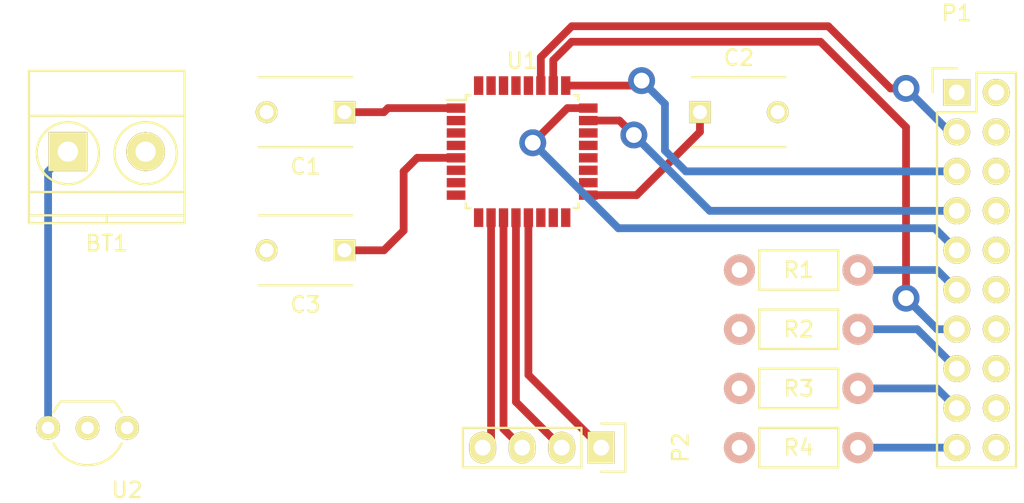
<source format=kicad_pcb>
(kicad_pcb (version 4) (host pcbnew 4.0.2-stable)

  (general
    (links 41)
    (no_connects 24)
    (area 177.097381 105.535 243.285001 138.325)
    (thickness 1.6)
    (drawings 0)
    (tracks 62)
    (zones 0)
    (modules 12)
    (nets 35)
  )

  (page A4)
  (layers
    (0 F.Cu signal)
    (31 B.Cu signal)
    (32 B.Adhes user)
    (33 F.Adhes user)
    (34 B.Paste user)
    (35 F.Paste user)
    (36 B.SilkS user)
    (37 F.SilkS user)
    (38 B.Mask user)
    (39 F.Mask user)
    (40 Dwgs.User user)
    (41 Cmts.User user)
    (42 Eco1.User user)
    (43 Eco2.User user)
    (44 Edge.Cuts user)
    (45 Margin user)
    (46 B.CrtYd user)
    (47 F.CrtYd user)
    (48 B.Fab user)
    (49 F.Fab user)
  )

  (setup
    (last_trace_width 0.5)
    (trace_clearance 0.2)
    (zone_clearance 0.508)
    (zone_45_only no)
    (trace_min 0.2)
    (segment_width 0.2)
    (edge_width 0.1)
    (via_size 1.7272)
    (via_drill 1.016)
    (via_min_size 0.4)
    (via_min_drill 0.3)
    (uvia_size 0.3)
    (uvia_drill 0.1)
    (uvias_allowed no)
    (uvia_min_size 0.2)
    (uvia_min_drill 0.1)
    (pcb_text_width 0.3)
    (pcb_text_size 1.5 1.5)
    (mod_edge_width 0.15)
    (mod_text_size 1 1)
    (mod_text_width 0.15)
    (pad_size 1.5 1.5)
    (pad_drill 0.6)
    (pad_to_mask_clearance 0)
    (aux_axis_origin 0 0)
    (visible_elements FFFFFF7F)
    (pcbplotparams
      (layerselection 0x00030_80000001)
      (usegerberextensions false)
      (excludeedgelayer true)
      (linewidth 0.100000)
      (plotframeref false)
      (viasonmask false)
      (mode 1)
      (useauxorigin false)
      (hpglpennumber 1)
      (hpglpenspeed 20)
      (hpglpendiameter 15)
      (hpglpenoverlay 2)
      (psnegative false)
      (psa4output false)
      (plotreference true)
      (plotvalue true)
      (plotinvisibletext false)
      (padsonsilk false)
      (subtractmaskfromsilk false)
      (outputformat 1)
      (mirror false)
      (drillshape 1)
      (scaleselection 1)
      (outputdirectory ""))
  )

  (net 0 "")
  (net 1 "Net-(BT1-Pad1)")
  (net 2 GND)
  (net 3 +3V3)
  (net 4 /JNTRST)
  (net 5 /JTDI)
  (net 6 /JTMS)
  (net 7 /JTCK)
  (net 8 "Net-(P1-Pad11)")
  (net 9 /JTDO)
  (net 10 "Net-(P1-Pad15)")
  (net 11 "Net-(P1-Pad17)")
  (net 12 "Net-(P1-Pad19)")
  (net 13 /MOSI)
  (net 14 /MISO)
  (net 15 /SCK)
  (net 16 /NSS)
  (net 17 "Net-(U1-Pad2)")
  (net 18 "Net-(U1-Pad3)")
  (net 19 "Net-(U1-Pad4)")
  (net 20 "Net-(U1-Pad6)")
  (net 21 "Net-(U1-Pad7)")
  (net 22 "Net-(U1-Pad8)")
  (net 23 "Net-(U1-Pad9)")
  (net 24 "Net-(U1-Pad14)")
  (net 25 "Net-(U1-Pad15)")
  (net 26 "Net-(U1-Pad18)")
  (net 27 "Net-(U1-Pad19)")
  (net 28 "Net-(U1-Pad20)")
  (net 29 "Net-(U1-Pad21)")
  (net 30 "Net-(U1-Pad22)")
  (net 31 "Net-(U1-Pad28)")
  (net 32 "Net-(U1-Pad29)")
  (net 33 "Net-(U1-Pad30)")
  (net 34 "Net-(U1-Pad31)")

  (net_class Default "This is the default net class."
    (clearance 0.2)
    (trace_width 0.5)
    (via_dia 1.7272)
    (via_drill 1.016)
    (uvia_dia 0.3)
    (uvia_drill 0.1)
    (add_net +3V3)
    (add_net /JNTRST)
    (add_net /JTCK)
    (add_net /JTDI)
    (add_net /JTDO)
    (add_net /JTMS)
    (add_net /MISO)
    (add_net /MOSI)
    (add_net /NSS)
    (add_net /SCK)
    (add_net GND)
    (add_net "Net-(BT1-Pad1)")
    (add_net "Net-(P1-Pad11)")
    (add_net "Net-(P1-Pad15)")
    (add_net "Net-(P1-Pad17)")
    (add_net "Net-(P1-Pad19)")
    (add_net "Net-(U1-Pad14)")
    (add_net "Net-(U1-Pad15)")
    (add_net "Net-(U1-Pad18)")
    (add_net "Net-(U1-Pad19)")
    (add_net "Net-(U1-Pad2)")
    (add_net "Net-(U1-Pad20)")
    (add_net "Net-(U1-Pad21)")
    (add_net "Net-(U1-Pad22)")
    (add_net "Net-(U1-Pad28)")
    (add_net "Net-(U1-Pad29)")
    (add_net "Net-(U1-Pad3)")
    (add_net "Net-(U1-Pad30)")
    (add_net "Net-(U1-Pad31)")
    (add_net "Net-(U1-Pad4)")
    (add_net "Net-(U1-Pad6)")
    (add_net "Net-(U1-Pad7)")
    (add_net "Net-(U1-Pad8)")
    (add_net "Net-(U1-Pad9)")
  )

  (module Terminal_Blocks:TerminalBlock_Pheonix_MKDS1.5-2pol (layer F.Cu) (tedit 563007E4) (tstamp 5775958B)
    (at 181.61 115.57)
    (descr "2-way 5mm pitch terminal block, Phoenix MKDS series")
    (path /5774D757)
    (fp_text reference BT1 (at 2.5 5.9) (layer F.SilkS)
      (effects (font (size 1 1) (thickness 0.15)))
    )
    (fp_text value Battery (at 2.5 -6.6) (layer F.Fab)
      (effects (font (size 1 1) (thickness 0.15)))
    )
    (fp_line (start -2.7 -5.4) (end 7.7 -5.4) (layer F.CrtYd) (width 0.05))
    (fp_line (start -2.7 4.8) (end -2.7 -5.4) (layer F.CrtYd) (width 0.05))
    (fp_line (start 7.7 4.8) (end -2.7 4.8) (layer F.CrtYd) (width 0.05))
    (fp_line (start 7.7 -5.4) (end 7.7 4.8) (layer F.CrtYd) (width 0.05))
    (fp_line (start 2.5 4.1) (end 2.5 4.6) (layer F.SilkS) (width 0.15))
    (fp_circle (center 5 0.1) (end 3 0.1) (layer F.SilkS) (width 0.15))
    (fp_circle (center 0 0.1) (end 2 0.1) (layer F.SilkS) (width 0.15))
    (fp_line (start -2.5 2.6) (end 7.5 2.6) (layer F.SilkS) (width 0.15))
    (fp_line (start -2.5 -2.3) (end 7.5 -2.3) (layer F.SilkS) (width 0.15))
    (fp_line (start -2.5 4.1) (end 7.5 4.1) (layer F.SilkS) (width 0.15))
    (fp_line (start -2.5 4.6) (end 7.5 4.6) (layer F.SilkS) (width 0.15))
    (fp_line (start 7.5 4.6) (end 7.5 -5.2) (layer F.SilkS) (width 0.15))
    (fp_line (start 7.5 -5.2) (end -2.5 -5.2) (layer F.SilkS) (width 0.15))
    (fp_line (start -2.5 -5.2) (end -2.5 4.6) (layer F.SilkS) (width 0.15))
    (pad 1 thru_hole rect (at 0 0) (size 2.5 2.5) (drill 1.3) (layers *.Cu *.Mask F.SilkS)
      (net 1 "Net-(BT1-Pad1)"))
    (pad 2 thru_hole circle (at 5 0) (size 2.5 2.5) (drill 1.3) (layers *.Cu *.Mask F.SilkS)
      (net 2 GND))
    (model Terminal_Blocks.3dshapes/TerminalBlock_Pheonix_MKDS1.5-2pol.wrl
      (at (xyz 0.0984 0 0))
      (scale (xyz 1 1 1))
      (rotate (xyz 0 0 0))
    )
  )

  (module Capacitors_ThroughHole:C_Disc_D6_P5 (layer F.Cu) (tedit 0) (tstamp 57759591)
    (at 199.39 113.03 180)
    (descr "Capacitor 6mm Disc, Pitch 5mm")
    (tags Capacitor)
    (path /5774B4C9)
    (fp_text reference C1 (at 2.5 -3.5 180) (layer F.SilkS)
      (effects (font (size 1 1) (thickness 0.15)))
    )
    (fp_text value 100n (at 2.5 3.5 180) (layer F.Fab)
      (effects (font (size 1 1) (thickness 0.15)))
    )
    (fp_line (start -0.95 -2.5) (end 5.95 -2.5) (layer F.CrtYd) (width 0.05))
    (fp_line (start 5.95 -2.5) (end 5.95 2.5) (layer F.CrtYd) (width 0.05))
    (fp_line (start 5.95 2.5) (end -0.95 2.5) (layer F.CrtYd) (width 0.05))
    (fp_line (start -0.95 2.5) (end -0.95 -2.5) (layer F.CrtYd) (width 0.05))
    (fp_line (start -0.5 -2.25) (end 5.5 -2.25) (layer F.SilkS) (width 0.15))
    (fp_line (start 5.5 2.25) (end -0.5 2.25) (layer F.SilkS) (width 0.15))
    (pad 1 thru_hole rect (at 0 0 180) (size 1.4 1.4) (drill 0.9) (layers *.Cu *.Mask F.SilkS)
      (net 3 +3V3))
    (pad 2 thru_hole circle (at 5 0 180) (size 1.4 1.4) (drill 0.9) (layers *.Cu *.Mask F.SilkS)
      (net 2 GND))
    (model Capacitors_ThroughHole.3dshapes/C_Disc_D6_P5.wrl
      (at (xyz 0.0984252 0 0))
      (scale (xyz 1 1 1))
      (rotate (xyz 0 0 0))
    )
  )

  (module Capacitors_ThroughHole:C_Disc_D6_P5 (layer F.Cu) (tedit 0) (tstamp 57759597)
    (at 222.25 113.03)
    (descr "Capacitor 6mm Disc, Pitch 5mm")
    (tags Capacitor)
    (path /5774B52A)
    (fp_text reference C2 (at 2.5 -3.5) (layer F.SilkS)
      (effects (font (size 1 1) (thickness 0.15)))
    )
    (fp_text value 100n (at 2.5 3.5) (layer F.Fab)
      (effects (font (size 1 1) (thickness 0.15)))
    )
    (fp_line (start -0.95 -2.5) (end 5.95 -2.5) (layer F.CrtYd) (width 0.05))
    (fp_line (start 5.95 -2.5) (end 5.95 2.5) (layer F.CrtYd) (width 0.05))
    (fp_line (start 5.95 2.5) (end -0.95 2.5) (layer F.CrtYd) (width 0.05))
    (fp_line (start -0.95 2.5) (end -0.95 -2.5) (layer F.CrtYd) (width 0.05))
    (fp_line (start -0.5 -2.25) (end 5.5 -2.25) (layer F.SilkS) (width 0.15))
    (fp_line (start 5.5 2.25) (end -0.5 2.25) (layer F.SilkS) (width 0.15))
    (pad 1 thru_hole rect (at 0 0) (size 1.4 1.4) (drill 0.9) (layers *.Cu *.Mask F.SilkS)
      (net 3 +3V3))
    (pad 2 thru_hole circle (at 5 0) (size 1.4 1.4) (drill 0.9) (layers *.Cu *.Mask F.SilkS)
      (net 2 GND))
    (model Capacitors_ThroughHole.3dshapes/C_Disc_D6_P5.wrl
      (at (xyz 0.0984252 0 0))
      (scale (xyz 1 1 1))
      (rotate (xyz 0 0 0))
    )
  )

  (module Capacitors_ThroughHole:C_Disc_D6_P5 (layer F.Cu) (tedit 0) (tstamp 5775959D)
    (at 199.39 121.92 180)
    (descr "Capacitor 6mm Disc, Pitch 5mm")
    (tags Capacitor)
    (path /5774CDF3)
    (fp_text reference C3 (at 2.5 -3.5 180) (layer F.SilkS)
      (effects (font (size 1 1) (thickness 0.15)))
    )
    (fp_text value 100n (at 2.5 3.5 180) (layer F.Fab)
      (effects (font (size 1 1) (thickness 0.15)))
    )
    (fp_line (start -0.95 -2.5) (end 5.95 -2.5) (layer F.CrtYd) (width 0.05))
    (fp_line (start 5.95 -2.5) (end 5.95 2.5) (layer F.CrtYd) (width 0.05))
    (fp_line (start 5.95 2.5) (end -0.95 2.5) (layer F.CrtYd) (width 0.05))
    (fp_line (start -0.95 2.5) (end -0.95 -2.5) (layer F.CrtYd) (width 0.05))
    (fp_line (start -0.5 -2.25) (end 5.5 -2.25) (layer F.SilkS) (width 0.15))
    (fp_line (start 5.5 2.25) (end -0.5 2.25) (layer F.SilkS) (width 0.15))
    (pad 1 thru_hole rect (at 0 0 180) (size 1.4 1.4) (drill 0.9) (layers *.Cu *.Mask F.SilkS)
      (net 3 +3V3))
    (pad 2 thru_hole circle (at 5 0 180) (size 1.4 1.4) (drill 0.9) (layers *.Cu *.Mask F.SilkS)
      (net 2 GND))
    (model Capacitors_ThroughHole.3dshapes/C_Disc_D6_P5.wrl
      (at (xyz 0.0984252 0 0))
      (scale (xyz 1 1 1))
      (rotate (xyz 0 0 0))
    )
  )

  (module Pin_Headers:Pin_Header_Straight_2x10 (layer F.Cu) (tedit 0) (tstamp 577595B5)
    (at 238.76 111.76)
    (descr "Through hole pin header")
    (tags "pin header")
    (path /577480EC)
    (fp_text reference P1 (at 0 -5.1) (layer F.SilkS)
      (effects (font (size 1 1) (thickness 0.15)))
    )
    (fp_text value JTAG (at 0 -3.1) (layer F.Fab)
      (effects (font (size 1 1) (thickness 0.15)))
    )
    (fp_line (start -1.75 -1.75) (end -1.75 24.65) (layer F.CrtYd) (width 0.05))
    (fp_line (start 4.3 -1.75) (end 4.3 24.65) (layer F.CrtYd) (width 0.05))
    (fp_line (start -1.75 -1.75) (end 4.3 -1.75) (layer F.CrtYd) (width 0.05))
    (fp_line (start -1.75 24.65) (end 4.3 24.65) (layer F.CrtYd) (width 0.05))
    (fp_line (start 3.81 24.13) (end 3.81 -1.27) (layer F.SilkS) (width 0.15))
    (fp_line (start -1.27 1.27) (end -1.27 24.13) (layer F.SilkS) (width 0.15))
    (fp_line (start 3.81 24.13) (end -1.27 24.13) (layer F.SilkS) (width 0.15))
    (fp_line (start 3.81 -1.27) (end 1.27 -1.27) (layer F.SilkS) (width 0.15))
    (fp_line (start 0 -1.55) (end -1.55 -1.55) (layer F.SilkS) (width 0.15))
    (fp_line (start 1.27 -1.27) (end 1.27 1.27) (layer F.SilkS) (width 0.15))
    (fp_line (start 1.27 1.27) (end -1.27 1.27) (layer F.SilkS) (width 0.15))
    (fp_line (start -1.55 -1.55) (end -1.55 0) (layer F.SilkS) (width 0.15))
    (pad 1 thru_hole rect (at 0 0) (size 1.7272 1.7272) (drill 1.016) (layers *.Cu *.Mask F.SilkS)
      (net 3 +3V3))
    (pad 2 thru_hole oval (at 2.54 0) (size 1.7272 1.7272) (drill 1.016) (layers *.Cu *.Mask F.SilkS)
      (net 3 +3V3))
    (pad 3 thru_hole oval (at 0 2.54) (size 1.7272 1.7272) (drill 1.016) (layers *.Cu *.Mask F.SilkS)
      (net 4 /JNTRST))
    (pad 4 thru_hole oval (at 2.54 2.54) (size 1.7272 1.7272) (drill 1.016) (layers *.Cu *.Mask F.SilkS)
      (net 2 GND))
    (pad 5 thru_hole oval (at 0 5.08) (size 1.7272 1.7272) (drill 1.016) (layers *.Cu *.Mask F.SilkS)
      (net 5 /JTDI))
    (pad 6 thru_hole oval (at 2.54 5.08) (size 1.7272 1.7272) (drill 1.016) (layers *.Cu *.Mask F.SilkS)
      (net 2 GND))
    (pad 7 thru_hole oval (at 0 7.62) (size 1.7272 1.7272) (drill 1.016) (layers *.Cu *.Mask F.SilkS)
      (net 6 /JTMS))
    (pad 8 thru_hole oval (at 2.54 7.62) (size 1.7272 1.7272) (drill 1.016) (layers *.Cu *.Mask F.SilkS)
      (net 2 GND))
    (pad 9 thru_hole oval (at 0 10.16) (size 1.7272 1.7272) (drill 1.016) (layers *.Cu *.Mask F.SilkS)
      (net 7 /JTCK))
    (pad 10 thru_hole oval (at 2.54 10.16) (size 1.7272 1.7272) (drill 1.016) (layers *.Cu *.Mask F.SilkS)
      (net 2 GND))
    (pad 11 thru_hole oval (at 0 12.7) (size 1.7272 1.7272) (drill 1.016) (layers *.Cu *.Mask F.SilkS)
      (net 8 "Net-(P1-Pad11)"))
    (pad 12 thru_hole oval (at 2.54 12.7) (size 1.7272 1.7272) (drill 1.016) (layers *.Cu *.Mask F.SilkS)
      (net 2 GND))
    (pad 13 thru_hole oval (at 0 15.24) (size 1.7272 1.7272) (drill 1.016) (layers *.Cu *.Mask F.SilkS)
      (net 9 /JTDO))
    (pad 14 thru_hole oval (at 2.54 15.24) (size 1.7272 1.7272) (drill 1.016) (layers *.Cu *.Mask F.SilkS)
      (net 2 GND))
    (pad 15 thru_hole oval (at 0 17.78) (size 1.7272 1.7272) (drill 1.016) (layers *.Cu *.Mask F.SilkS)
      (net 10 "Net-(P1-Pad15)"))
    (pad 16 thru_hole oval (at 2.54 17.78) (size 1.7272 1.7272) (drill 1.016) (layers *.Cu *.Mask F.SilkS)
      (net 2 GND))
    (pad 17 thru_hole oval (at 0 20.32) (size 1.7272 1.7272) (drill 1.016) (layers *.Cu *.Mask F.SilkS)
      (net 11 "Net-(P1-Pad17)"))
    (pad 18 thru_hole oval (at 2.54 20.32) (size 1.7272 1.7272) (drill 1.016) (layers *.Cu *.Mask F.SilkS)
      (net 2 GND))
    (pad 19 thru_hole oval (at 0 22.86) (size 1.7272 1.7272) (drill 1.016) (layers *.Cu *.Mask F.SilkS)
      (net 12 "Net-(P1-Pad19)"))
    (pad 20 thru_hole oval (at 2.54 22.86) (size 1.7272 1.7272) (drill 1.016) (layers *.Cu *.Mask F.SilkS)
      (net 2 GND))
    (model Pin_Headers.3dshapes/Pin_Header_Straight_2x10.wrl
      (at (xyz 0.05 -0.45 0))
      (scale (xyz 1 1 1))
      (rotate (xyz 0 0 90))
    )
  )

  (module Pin_Headers:Pin_Header_Straight_1x04 (layer F.Cu) (tedit 0) (tstamp 577595BD)
    (at 215.9 134.62 270)
    (descr "Through hole pin header")
    (tags "pin header")
    (path /5774C8AC)
    (fp_text reference P2 (at 0 -5.1 270) (layer F.SilkS)
      (effects (font (size 1 1) (thickness 0.15)))
    )
    (fp_text value SPI1 (at 0 -3.1 270) (layer F.Fab)
      (effects (font (size 1 1) (thickness 0.15)))
    )
    (fp_line (start -1.75 -1.75) (end -1.75 9.4) (layer F.CrtYd) (width 0.05))
    (fp_line (start 1.75 -1.75) (end 1.75 9.4) (layer F.CrtYd) (width 0.05))
    (fp_line (start -1.75 -1.75) (end 1.75 -1.75) (layer F.CrtYd) (width 0.05))
    (fp_line (start -1.75 9.4) (end 1.75 9.4) (layer F.CrtYd) (width 0.05))
    (fp_line (start -1.27 1.27) (end -1.27 8.89) (layer F.SilkS) (width 0.15))
    (fp_line (start 1.27 1.27) (end 1.27 8.89) (layer F.SilkS) (width 0.15))
    (fp_line (start 1.55 -1.55) (end 1.55 0) (layer F.SilkS) (width 0.15))
    (fp_line (start -1.27 8.89) (end 1.27 8.89) (layer F.SilkS) (width 0.15))
    (fp_line (start 1.27 1.27) (end -1.27 1.27) (layer F.SilkS) (width 0.15))
    (fp_line (start -1.55 0) (end -1.55 -1.55) (layer F.SilkS) (width 0.15))
    (fp_line (start -1.55 -1.55) (end 1.55 -1.55) (layer F.SilkS) (width 0.15))
    (pad 1 thru_hole rect (at 0 0 270) (size 2.032 1.7272) (drill 1.016) (layers *.Cu *.Mask F.SilkS)
      (net 13 /MOSI))
    (pad 2 thru_hole oval (at 0 2.54 270) (size 2.032 1.7272) (drill 1.016) (layers *.Cu *.Mask F.SilkS)
      (net 14 /MISO))
    (pad 3 thru_hole oval (at 0 5.08 270) (size 2.032 1.7272) (drill 1.016) (layers *.Cu *.Mask F.SilkS)
      (net 15 /SCK))
    (pad 4 thru_hole oval (at 0 7.62 270) (size 2.032 1.7272) (drill 1.016) (layers *.Cu *.Mask F.SilkS)
      (net 16 /NSS))
    (model Pin_Headers.3dshapes/Pin_Header_Straight_1x04.wrl
      (at (xyz 0 -0.15 0))
      (scale (xyz 1 1 1))
      (rotate (xyz 0 0 90))
    )
  )

  (module Resistors_ThroughHole:Resistor_Horizontal_RM7mm (layer F.Cu) (tedit 5775999E) (tstamp 577595C3)
    (at 232.41 123.19 180)
    (descr "Resistor, Axial,  RM 7.62mm, 1/3W,")
    (tags "Resistor Axial RM 7.62mm 1/3W R3")
    (path /577484D7)
    (fp_text reference R1 (at 3.81 0 180) (layer F.SilkS)
      (effects (font (size 1 1) (thickness 0.15)))
    )
    (fp_text value 10k (at -2.54 0 180) (layer F.Fab)
      (effects (font (size 1 1) (thickness 0.15)))
    )
    (fp_line (start -1.25 -1.5) (end 8.85 -1.5) (layer F.CrtYd) (width 0.05))
    (fp_line (start -1.25 1.5) (end -1.25 -1.5) (layer F.CrtYd) (width 0.05))
    (fp_line (start 8.85 -1.5) (end 8.85 1.5) (layer F.CrtYd) (width 0.05))
    (fp_line (start -1.25 1.5) (end 8.85 1.5) (layer F.CrtYd) (width 0.05))
    (fp_line (start 1.27 -1.27) (end 6.35 -1.27) (layer F.SilkS) (width 0.15))
    (fp_line (start 6.35 -1.27) (end 6.35 1.27) (layer F.SilkS) (width 0.15))
    (fp_line (start 6.35 1.27) (end 1.27 1.27) (layer F.SilkS) (width 0.15))
    (fp_line (start 1.27 1.27) (end 1.27 -1.27) (layer F.SilkS) (width 0.15))
    (pad 1 thru_hole circle (at 0 0 180) (size 1.99898 1.99898) (drill 1.00076) (layers *.Cu *.SilkS *.Mask)
      (net 8 "Net-(P1-Pad11)"))
    (pad 2 thru_hole circle (at 7.62 0 180) (size 1.99898 1.99898) (drill 1.00076) (layers *.Cu *.SilkS *.Mask)
      (net 2 GND))
  )

  (module Resistors_ThroughHole:Resistor_Horizontal_RM7mm (layer F.Cu) (tedit 5775999B) (tstamp 577595C9)
    (at 232.41 127 180)
    (descr "Resistor, Axial,  RM 7.62mm, 1/3W,")
    (tags "Resistor Axial RM 7.62mm 1/3W R3")
    (path /5774851A)
    (fp_text reference R2 (at 3.81 0 180) (layer F.SilkS)
      (effects (font (size 1 1) (thickness 0.15)))
    )
    (fp_text value 10k (at -2.54 0 180) (layer F.Fab)
      (effects (font (size 1 1) (thickness 0.15)))
    )
    (fp_line (start -1.25 -1.5) (end 8.85 -1.5) (layer F.CrtYd) (width 0.05))
    (fp_line (start -1.25 1.5) (end -1.25 -1.5) (layer F.CrtYd) (width 0.05))
    (fp_line (start 8.85 -1.5) (end 8.85 1.5) (layer F.CrtYd) (width 0.05))
    (fp_line (start -1.25 1.5) (end 8.85 1.5) (layer F.CrtYd) (width 0.05))
    (fp_line (start 1.27 -1.27) (end 6.35 -1.27) (layer F.SilkS) (width 0.15))
    (fp_line (start 6.35 -1.27) (end 6.35 1.27) (layer F.SilkS) (width 0.15))
    (fp_line (start 6.35 1.27) (end 1.27 1.27) (layer F.SilkS) (width 0.15))
    (fp_line (start 1.27 1.27) (end 1.27 -1.27) (layer F.SilkS) (width 0.15))
    (pad 1 thru_hole circle (at 0 0 180) (size 1.99898 1.99898) (drill 1.00076) (layers *.Cu *.SilkS *.Mask)
      (net 10 "Net-(P1-Pad15)"))
    (pad 2 thru_hole circle (at 7.62 0 180) (size 1.99898 1.99898) (drill 1.00076) (layers *.Cu *.SilkS *.Mask)
      (net 2 GND))
  )

  (module Resistors_ThroughHole:Resistor_Horizontal_RM7mm (layer F.Cu) (tedit 57759999) (tstamp 577595CF)
    (at 232.41 130.81 180)
    (descr "Resistor, Axial,  RM 7.62mm, 1/3W,")
    (tags "Resistor Axial RM 7.62mm 1/3W R3")
    (path /57748541)
    (fp_text reference R3 (at 3.81 0 180) (layer F.SilkS)
      (effects (font (size 1 1) (thickness 0.15)))
    )
    (fp_text value 10k (at -2.54 0 180) (layer F.Fab)
      (effects (font (size 1 1) (thickness 0.15)))
    )
    (fp_line (start -1.25 -1.5) (end 8.85 -1.5) (layer F.CrtYd) (width 0.05))
    (fp_line (start -1.25 1.5) (end -1.25 -1.5) (layer F.CrtYd) (width 0.05))
    (fp_line (start 8.85 -1.5) (end 8.85 1.5) (layer F.CrtYd) (width 0.05))
    (fp_line (start -1.25 1.5) (end 8.85 1.5) (layer F.CrtYd) (width 0.05))
    (fp_line (start 1.27 -1.27) (end 6.35 -1.27) (layer F.SilkS) (width 0.15))
    (fp_line (start 6.35 -1.27) (end 6.35 1.27) (layer F.SilkS) (width 0.15))
    (fp_line (start 6.35 1.27) (end 1.27 1.27) (layer F.SilkS) (width 0.15))
    (fp_line (start 1.27 1.27) (end 1.27 -1.27) (layer F.SilkS) (width 0.15))
    (pad 1 thru_hole circle (at 0 0 180) (size 1.99898 1.99898) (drill 1.00076) (layers *.Cu *.SilkS *.Mask)
      (net 11 "Net-(P1-Pad17)"))
    (pad 2 thru_hole circle (at 7.62 0 180) (size 1.99898 1.99898) (drill 1.00076) (layers *.Cu *.SilkS *.Mask)
      (net 2 GND))
  )

  (module Resistors_ThroughHole:Resistor_Horizontal_RM7mm (layer F.Cu) (tedit 57759994) (tstamp 577595D5)
    (at 232.41 134.62 180)
    (descr "Resistor, Axial,  RM 7.62mm, 1/3W,")
    (tags "Resistor Axial RM 7.62mm 1/3W R3")
    (path /57748562)
    (fp_text reference R4 (at 3.81 0 180) (layer F.SilkS)
      (effects (font (size 1 1) (thickness 0.15)))
    )
    (fp_text value 10k (at -2.54 0 180) (layer F.Fab)
      (effects (font (size 1 1) (thickness 0.15)))
    )
    (fp_line (start -1.25 -1.5) (end 8.85 -1.5) (layer F.CrtYd) (width 0.05))
    (fp_line (start -1.25 1.5) (end -1.25 -1.5) (layer F.CrtYd) (width 0.05))
    (fp_line (start 8.85 -1.5) (end 8.85 1.5) (layer F.CrtYd) (width 0.05))
    (fp_line (start -1.25 1.5) (end 8.85 1.5) (layer F.CrtYd) (width 0.05))
    (fp_line (start 1.27 -1.27) (end 6.35 -1.27) (layer F.SilkS) (width 0.15))
    (fp_line (start 6.35 -1.27) (end 6.35 1.27) (layer F.SilkS) (width 0.15))
    (fp_line (start 6.35 1.27) (end 1.27 1.27) (layer F.SilkS) (width 0.15))
    (fp_line (start 1.27 1.27) (end 1.27 -1.27) (layer F.SilkS) (width 0.15))
    (pad 1 thru_hole circle (at 0 0 180) (size 1.99898 1.99898) (drill 1.00076) (layers *.Cu *.SilkS *.Mask)
      (net 12 "Net-(P1-Pad19)"))
    (pad 2 thru_hole circle (at 7.62 0 180) (size 1.99898 1.99898) (drill 1.00076) (layers *.Cu *.SilkS *.Mask)
      (net 2 GND))
  )

  (module Housings_QFP:LQFP-32_7x7mm_Pitch0.8mm (layer F.Cu) (tedit 54130A77) (tstamp 577595F9)
    (at 210.82 115.57)
    (descr "LQFP32: plastic low profile quad flat package; 32 leads; body 7 x 7 x 1.4 mm (see NXP sot358-1_po.pdf and sot358-1_fr.pdf)")
    (tags "QFP 0.8")
    (path /57747DCC)
    (attr smd)
    (fp_text reference U1 (at 0 -5.85) (layer F.SilkS)
      (effects (font (size 1 1) (thickness 0.15)))
    )
    (fp_text value STM32F303_K8T6 (at 0 5.85) (layer F.Fab)
      (effects (font (size 1 1) (thickness 0.15)))
    )
    (fp_line (start -5.1 -5.1) (end -5.1 5.1) (layer F.CrtYd) (width 0.05))
    (fp_line (start 5.1 -5.1) (end 5.1 5.1) (layer F.CrtYd) (width 0.05))
    (fp_line (start -5.1 -5.1) (end 5.1 -5.1) (layer F.CrtYd) (width 0.05))
    (fp_line (start -5.1 5.1) (end 5.1 5.1) (layer F.CrtYd) (width 0.05))
    (fp_line (start -3.625 -3.625) (end -3.625 -3.325) (layer F.SilkS) (width 0.15))
    (fp_line (start 3.625 -3.625) (end 3.625 -3.325) (layer F.SilkS) (width 0.15))
    (fp_line (start 3.625 3.625) (end 3.625 3.325) (layer F.SilkS) (width 0.15))
    (fp_line (start -3.625 3.625) (end -3.625 3.325) (layer F.SilkS) (width 0.15))
    (fp_line (start -3.625 -3.625) (end -3.325 -3.625) (layer F.SilkS) (width 0.15))
    (fp_line (start -3.625 3.625) (end -3.325 3.625) (layer F.SilkS) (width 0.15))
    (fp_line (start 3.625 3.625) (end 3.325 3.625) (layer F.SilkS) (width 0.15))
    (fp_line (start 3.625 -3.625) (end 3.325 -3.625) (layer F.SilkS) (width 0.15))
    (fp_line (start -3.625 -3.325) (end -4.85 -3.325) (layer F.SilkS) (width 0.15))
    (pad 1 smd rect (at -4.25 -2.8) (size 1.2 0.6) (layers F.Cu F.Paste F.Mask)
      (net 3 +3V3))
    (pad 2 smd rect (at -4.25 -2) (size 1.2 0.6) (layers F.Cu F.Paste F.Mask)
      (net 17 "Net-(U1-Pad2)"))
    (pad 3 smd rect (at -4.25 -1.2) (size 1.2 0.6) (layers F.Cu F.Paste F.Mask)
      (net 18 "Net-(U1-Pad3)"))
    (pad 4 smd rect (at -4.25 -0.4) (size 1.2 0.6) (layers F.Cu F.Paste F.Mask)
      (net 19 "Net-(U1-Pad4)"))
    (pad 5 smd rect (at -4.25 0.4) (size 1.2 0.6) (layers F.Cu F.Paste F.Mask)
      (net 3 +3V3))
    (pad 6 smd rect (at -4.25 1.2) (size 1.2 0.6) (layers F.Cu F.Paste F.Mask)
      (net 20 "Net-(U1-Pad6)"))
    (pad 7 smd rect (at -4.25 2) (size 1.2 0.6) (layers F.Cu F.Paste F.Mask)
      (net 21 "Net-(U1-Pad7)"))
    (pad 8 smd rect (at -4.25 2.8) (size 1.2 0.6) (layers F.Cu F.Paste F.Mask)
      (net 22 "Net-(U1-Pad8)"))
    (pad 9 smd rect (at -2.8 4.25 90) (size 1.2 0.6) (layers F.Cu F.Paste F.Mask)
      (net 23 "Net-(U1-Pad9)"))
    (pad 10 smd rect (at -2 4.25 90) (size 1.2 0.6) (layers F.Cu F.Paste F.Mask)
      (net 16 /NSS))
    (pad 11 smd rect (at -1.2 4.25 90) (size 1.2 0.6) (layers F.Cu F.Paste F.Mask)
      (net 15 /SCK))
    (pad 12 smd rect (at -0.4 4.25 90) (size 1.2 0.6) (layers F.Cu F.Paste F.Mask)
      (net 14 /MISO))
    (pad 13 smd rect (at 0.4 4.25 90) (size 1.2 0.6) (layers F.Cu F.Paste F.Mask)
      (net 13 /MOSI))
    (pad 14 smd rect (at 1.2 4.25 90) (size 1.2 0.6) (layers F.Cu F.Paste F.Mask)
      (net 24 "Net-(U1-Pad14)"))
    (pad 15 smd rect (at 2 4.25 90) (size 1.2 0.6) (layers F.Cu F.Paste F.Mask)
      (net 25 "Net-(U1-Pad15)"))
    (pad 16 smd rect (at 2.8 4.25 90) (size 1.2 0.6) (layers F.Cu F.Paste F.Mask)
      (net 2 GND))
    (pad 17 smd rect (at 4.25 2.8) (size 1.2 0.6) (layers F.Cu F.Paste F.Mask)
      (net 3 +3V3))
    (pad 18 smd rect (at 4.25 2) (size 1.2 0.6) (layers F.Cu F.Paste F.Mask)
      (net 26 "Net-(U1-Pad18)"))
    (pad 19 smd rect (at 4.25 1.2) (size 1.2 0.6) (layers F.Cu F.Paste F.Mask)
      (net 27 "Net-(U1-Pad19)"))
    (pad 20 smd rect (at 4.25 0.4) (size 1.2 0.6) (layers F.Cu F.Paste F.Mask)
      (net 28 "Net-(U1-Pad20)"))
    (pad 21 smd rect (at 4.25 -0.4) (size 1.2 0.6) (layers F.Cu F.Paste F.Mask)
      (net 29 "Net-(U1-Pad21)"))
    (pad 22 smd rect (at 4.25 -1.2) (size 1.2 0.6) (layers F.Cu F.Paste F.Mask)
      (net 30 "Net-(U1-Pad22)"))
    (pad 23 smd rect (at 4.25 -2) (size 1.2 0.6) (layers F.Cu F.Paste F.Mask)
      (net 6 /JTMS))
    (pad 24 smd rect (at 4.25 -2.8) (size 1.2 0.6) (layers F.Cu F.Paste F.Mask)
      (net 7 /JTCK))
    (pad 25 smd rect (at 2.8 -4.25 90) (size 1.2 0.6) (layers F.Cu F.Paste F.Mask)
      (net 5 /JTDI))
    (pad 26 smd rect (at 2 -4.25 90) (size 1.2 0.6) (layers F.Cu F.Paste F.Mask)
      (net 9 /JTDO))
    (pad 27 smd rect (at 1.2 -4.25 90) (size 1.2 0.6) (layers F.Cu F.Paste F.Mask)
      (net 4 /JNTRST))
    (pad 28 smd rect (at 0.4 -4.25 90) (size 1.2 0.6) (layers F.Cu F.Paste F.Mask)
      (net 31 "Net-(U1-Pad28)"))
    (pad 29 smd rect (at -0.4 -4.25 90) (size 1.2 0.6) (layers F.Cu F.Paste F.Mask)
      (net 32 "Net-(U1-Pad29)"))
    (pad 30 smd rect (at -1.2 -4.25 90) (size 1.2 0.6) (layers F.Cu F.Paste F.Mask)
      (net 33 "Net-(U1-Pad30)"))
    (pad 31 smd rect (at -2 -4.25 90) (size 1.2 0.6) (layers F.Cu F.Paste F.Mask)
      (net 34 "Net-(U1-Pad31)"))
    (pad 32 smd rect (at -2.8 -4.25 90) (size 1.2 0.6) (layers F.Cu F.Paste F.Mask)
      (net 2 GND))
    (model Housings_QFP.3dshapes/LQFP-32_7x7mm_Pitch0.8mm.wrl
      (at (xyz 0 0 0))
      (scale (xyz 1 1 1))
      (rotate (xyz 0 0 0))
    )
  )

  (module TO_SOT_Packages_THT:TO-92_Inline_Wide (layer F.Cu) (tedit 54F242B4) (tstamp 57759600)
    (at 185.42 133.35 180)
    (descr "TO-92 leads in-line, wide, drill 0.8mm (see NXP sot054_po.pdf)")
    (tags "to-92 sc-43 sc-43a sot54 PA33 transistor")
    (path /5774D582)
    (fp_text reference U2 (at 0 -4 360) (layer F.SilkS)
      (effects (font (size 1 1) (thickness 0.15)))
    )
    (fp_text value APE8865N-33-HF-3 (at 0 3 180) (layer F.Fab)
      (effects (font (size 1 1) (thickness 0.15)))
    )
    (fp_arc (start 2.54 0) (end 0.84 1.7) (angle 20.5) (layer F.SilkS) (width 0.15))
    (fp_arc (start 2.54 0) (end 4.24 1.7) (angle -20.5) (layer F.SilkS) (width 0.15))
    (fp_line (start -1 1.95) (end -1 -2.65) (layer F.CrtYd) (width 0.05))
    (fp_line (start -1 1.95) (end 6.1 1.95) (layer F.CrtYd) (width 0.05))
    (fp_line (start 0.84 1.7) (end 4.24 1.7) (layer F.SilkS) (width 0.15))
    (fp_arc (start 2.54 0) (end 2.54 -2.4) (angle -65.55604127) (layer F.SilkS) (width 0.15))
    (fp_arc (start 2.54 0) (end 2.54 -2.4) (angle 65.55604127) (layer F.SilkS) (width 0.15))
    (fp_line (start -1 -2.65) (end 6.1 -2.65) (layer F.CrtYd) (width 0.05))
    (fp_line (start 6.1 1.95) (end 6.1 -2.65) (layer F.CrtYd) (width 0.05))
    (pad 2 thru_hole circle (at 2.54 0 270) (size 1.524 1.524) (drill 0.8) (layers *.Cu *.Mask F.SilkS)
      (net 3 +3V3))
    (pad 3 thru_hole circle (at 5.08 0 270) (size 1.524 1.524) (drill 0.8) (layers *.Cu *.Mask F.SilkS)
      (net 1 "Net-(BT1-Pad1)"))
    (pad 1 thru_hole circle (at 0 0 270) (size 1.524 1.524) (drill 0.8) (layers *.Cu *.Mask F.SilkS)
      (net 2 GND))
    (model TO_SOT_Packages_THT.3dshapes/TO-92_Inline_Wide.wrl
      (at (xyz 0.1 0 0))
      (scale (xyz 1 1 1))
      (rotate (xyz 0 0 -90))
    )
  )

  (segment (start 180.34 133.35) (end 180.34 116.84) (width 0.5) (layer B.Cu) (net 1) (status 400000))
  (segment (start 180.34 116.84) (end 181.61 115.57) (width 0.5) (layer B.Cu) (net 1) (tstamp 5775AD5C) (status 800000))
  (segment (start 215.07 118.37) (end 218.18 118.37) (width 0.5) (layer F.Cu) (net 3))
  (segment (start 222.25 114.3) (end 222.25 113.03) (width 0.5) (layer F.Cu) (net 3) (tstamp 57759A66))
  (segment (start 218.18 118.37) (end 222.25 114.3) (width 0.5) (layer F.Cu) (net 3) (tstamp 57759A64))
  (segment (start 199.39 113.03) (end 201.93 113.03) (width 0.5) (layer F.Cu) (net 3))
  (segment (start 202.19 112.77) (end 206.57 112.77) (width 0.5) (layer F.Cu) (net 3) (tstamp 57759A61))
  (segment (start 201.93 113.03) (end 202.19 112.77) (width 0.5) (layer F.Cu) (net 3) (tstamp 57759A60))
  (segment (start 199.39 121.92) (end 201.93 121.92) (width 0.5) (layer F.Cu) (net 3))
  (segment (start 204.07 115.97) (end 206.57 115.97) (width 0.5) (layer F.Cu) (net 3) (tstamp 57759A5D))
  (segment (start 203.2 116.84) (end 204.07 115.97) (width 0.5) (layer F.Cu) (net 3) (tstamp 57759A5C))
  (segment (start 203.2 120.65) (end 203.2 116.84) (width 0.5) (layer F.Cu) (net 3) (tstamp 57759A5B))
  (segment (start 201.93 121.92) (end 203.2 120.65) (width 0.5) (layer F.Cu) (net 3) (tstamp 57759A5A))
  (segment (start 212.02 111.32) (end 212.02 109.490048) (width 0.5) (layer F.Cu) (net 4))
  (segment (start 235.5 111.5) (end 238.3 114.3) (width 0.5) (layer B.Cu) (net 4) (tstamp 5775AC7D))
  (via (at 235.5 111.5) (size 1.7272) (drill 1.016) (layers F.Cu B.Cu) (net 4))
  (segment (start 234.5 111.5) (end 235.5 111.5) (width 0.5) (layer F.Cu) (net 4) (tstamp 5775AC76))
  (segment (start 230.5 107.5) (end 234.5 111.5) (width 0.5) (layer F.Cu) (net 4) (tstamp 5775AC73))
  (segment (start 214.010048 107.5) (end 230.5 107.5) (width 0.5) (layer F.Cu) (net 4) (tstamp 5775AC72))
  (segment (start 212.02 109.490048) (end 214.010048 107.5) (width 0.5) (layer F.Cu) (net 4) (tstamp 5775AC70))
  (segment (start 238.3 114.3) (end 238.76 114.3) (width 0.5) (layer B.Cu) (net 4) (tstamp 5775AC7E))
  (segment (start 213.62 111.32) (end 218.18 111.32) (width 0.5) (layer F.Cu) (net 5))
  (segment (start 221.34 116.84) (end 238.76 116.84) (width 0.5) (layer B.Cu) (net 5) (tstamp 5775AC98))
  (segment (start 220 115.5) (end 221.34 116.84) (width 0.5) (layer B.Cu) (net 5) (tstamp 5775AC95))
  (segment (start 220 112.5) (end 220 115.5) (width 0.5) (layer B.Cu) (net 5) (tstamp 5775AC8C))
  (segment (start 218.5 111) (end 220 112.5) (width 0.5) (layer B.Cu) (net 5) (tstamp 5775AC8B))
  (via (at 218.5 111) (size 1.7272) (drill 1.016) (layers F.Cu B.Cu) (net 5))
  (segment (start 218.18 111.32) (end 218.5 111) (width 0.5) (layer F.Cu) (net 5) (tstamp 5775AC89))
  (segment (start 215.07 113.57) (end 217.07 113.57) (width 0.5) (layer F.Cu) (net 6))
  (segment (start 222.88 119.38) (end 238.76 119.38) (width 0.5) (layer B.Cu) (net 6) (tstamp 5775AD39))
  (segment (start 218 114.5) (end 222.88 119.38) (width 0.5) (layer B.Cu) (net 6) (tstamp 5775AD38))
  (via (at 218 114.5) (size 1.7272) (drill 1.016) (layers F.Cu B.Cu) (net 6))
  (segment (start 217.07 113.57) (end 218 114.5) (width 0.5) (layer F.Cu) (net 6) (tstamp 5775AD2C))
  (segment (start 215.07 112.77) (end 213.73 112.77) (width 0.5) (layer F.Cu) (net 7))
  (segment (start 237.34 120.5) (end 238.76 121.92) (width 0.5) (layer B.Cu) (net 7) (tstamp 5775AD27))
  (segment (start 217 120.5) (end 237.34 120.5) (width 0.5) (layer B.Cu) (net 7) (tstamp 5775AD23))
  (segment (start 211.5 115) (end 217 120.5) (width 0.5) (layer B.Cu) (net 7) (tstamp 5775AD22))
  (via (at 211.5 115) (size 1.7272) (drill 1.016) (layers F.Cu B.Cu) (net 7))
  (segment (start 213.73 112.77) (end 211.5 115) (width 0.5) (layer F.Cu) (net 7) (tstamp 5775AD1F))
  (segment (start 232.41 123.19) (end 237.49 123.19) (width 0.5) (layer B.Cu) (net 8))
  (segment (start 237.49 123.19) (end 238.76 124.46) (width 0.5) (layer B.Cu) (net 8) (tstamp 5775ABA1))
  (segment (start 212.82 111.32) (end 212.82 109.68) (width 0.5) (layer F.Cu) (net 9))
  (segment (start 237.5 127) (end 238.76 127) (width 0.5) (layer B.Cu) (net 9) (tstamp 5775AC44))
  (segment (start 235.5 125) (end 237.5 127) (width 0.5) (layer B.Cu) (net 9) (tstamp 5775AC43))
  (via (at 235.5 125) (size 1.7272) (drill 1.016) (layers F.Cu B.Cu) (net 9))
  (segment (start 235.5 114) (end 235.5 125) (width 0.5) (layer F.Cu) (net 9) (tstamp 5775AC3F))
  (segment (start 230 108.5) (end 235.5 114) (width 0.5) (layer F.Cu) (net 9) (tstamp 5775AC39))
  (segment (start 214 108.5) (end 230 108.5) (width 0.5) (layer F.Cu) (net 9) (tstamp 5775AC33))
  (segment (start 212.82 109.68) (end 214 108.5) (width 0.5) (layer F.Cu) (net 9) (tstamp 5775AC1A))
  (segment (start 232.41 127) (end 236.22 127) (width 0.5) (layer B.Cu) (net 10))
  (segment (start 236.22 127) (end 238.76 129.54) (width 0.5) (layer B.Cu) (net 10) (tstamp 5775ABAC))
  (segment (start 232.41 130.81) (end 237.49 130.81) (width 0.5) (layer B.Cu) (net 11))
  (segment (start 237.49 130.81) (end 238.76 132.08) (width 0.5) (layer B.Cu) (net 11) (tstamp 5775ABB1))
  (segment (start 232.41 134.62) (end 238.76 134.62) (width 0.5) (layer B.Cu) (net 12))
  (segment (start 211.22 119.82) (end 211.22 129.94) (width 0.5) (layer F.Cu) (net 13))
  (segment (start 211.22 129.94) (end 215.9 134.62) (width 0.5) (layer F.Cu) (net 13) (tstamp 5775AB83))
  (segment (start 210.42 119.82) (end 210.42 131.68) (width 0.5) (layer F.Cu) (net 14))
  (segment (start 210.42 131.68) (end 213.36 134.62) (width 0.5) (layer F.Cu) (net 14) (tstamp 5775AB7D))
  (segment (start 209.62 119.82) (end 209.62 133.42) (width 0.5) (layer F.Cu) (net 15))
  (segment (start 209.62 133.42) (end 210.82 134.62) (width 0.5) (layer F.Cu) (net 15) (tstamp 5775AB77))
  (segment (start 208.82 119.82) (end 208.82 134.08) (width 0.5) (layer F.Cu) (net 16))
  (segment (start 208.82 134.08) (end 208.28 134.62) (width 0.5) (layer F.Cu) (net 16) (tstamp 5775AB72))

)

</source>
